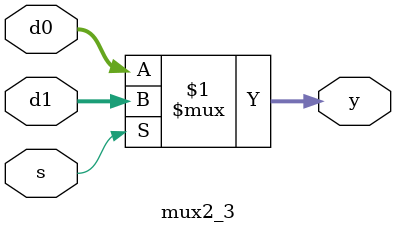
<source format=sv>
`timescale 1ns / 1ps


module mux2_3(input logic [2:0] d0, d1,
input logic s,
output logic [2:0] y);
assign y = s ? d1 : d0;
endmodule

</source>
